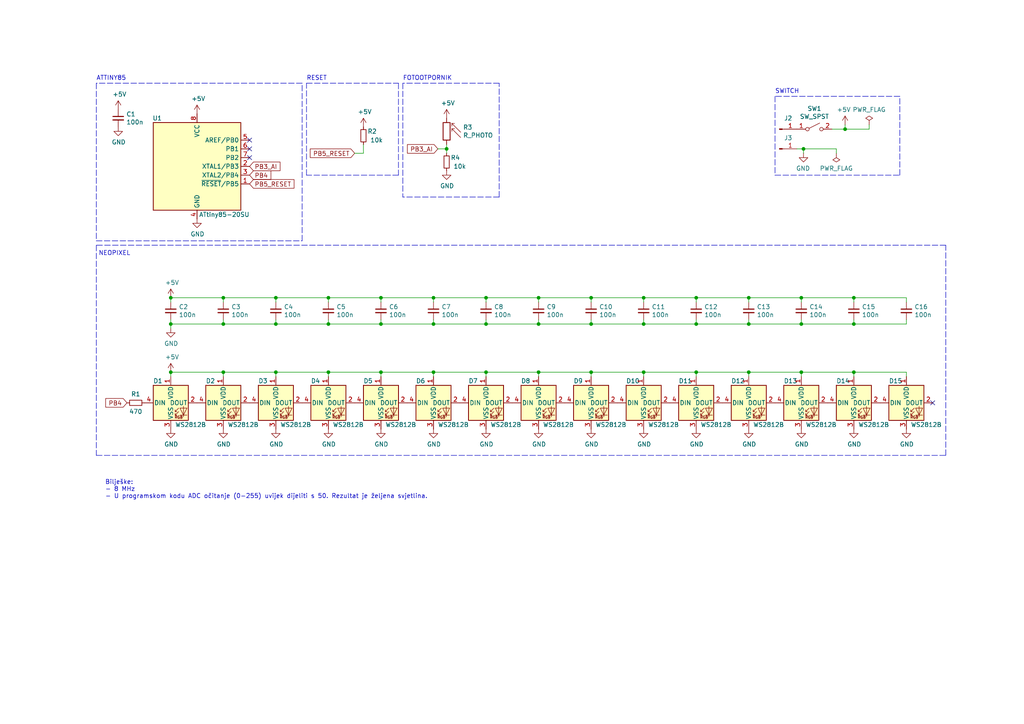
<source format=kicad_sch>
(kicad_sch (version 20211123) (generator eeschema)
  (paper "A4")
  (title_block (title "Drvce") (date "2022-02-09") (rev "v1") (company "TVZ"))
  (lib_symbols
    (symbol "Connector:Conn_01x01_Male" (pin_names (offset 1.016) hide)
      (property "Reference" "J" (at 0 2.54 0))
      (property "Value" "Conn_01x01_Male" (at 0 -2.54 0))
      (symbol "Conn_01x01_Male_1_1"
        (polyline (pts (xy 1.27 0) (xy 0.8636 0)) (stroke (width 0.1524)))
        (rectangle (start 0.8636 0.127) (end 0 -0.127) (stroke (width 0.1524)) (fill (type outline)))
        (pin passive line (at 5.08 0 180) (length 3.81) (name "Pin_1") (number "1"))
      )
    )
    (symbol "Device:C_Small" (pin_numbers hide) (pin_names (offset 0.254) hide)
      (property "Reference" "C" (at 0.254 1.778 0))
      (property "Value" "C_Small" (at 0.254 -2.032 0))
      (symbol "C_Small_0_1"
        (polyline (pts (xy -1.524 -0.508) (xy 1.524 -0.508)) (stroke (width 0.3302)))
        (polyline (pts (xy -1.524 0.508) (xy 1.524 0.508)) (stroke (width 0.3048)))
      )
      (symbol "C_Small_1_1"
        (pin passive line (at 0 2.54 270) (length 2.032) (name "~") (number "1"))
        (pin passive line (at 0 -2.54 90) (length 2.032) (name "~") (number "2"))
      )
    )
    (symbol "Device:R_PHOTO" (pin_numbers hide) (pin_names (offset 0))
      (property "Reference" "R" (at 1.27 1.27 0))
      (property "Value" "Device_R_PHOTO" (at 1.27 0 0))
      (symbol "R_PHOTO_0_1"
        (rectangle (start -1.016 2.54) (end 1.016 -2.54) (stroke (width 0.254)))
        (polyline (pts (xy -1.524 -2.286) (xy -4.064 0.254)))
        (polyline (pts (xy -1.524 -2.286) (xy -2.286 -2.286)))
        (polyline (pts (xy -1.524 -2.286) (xy -1.524 -1.524)))
        (polyline (pts (xy -1.524 -0.762) (xy -4.064 1.778)))
        (polyline (pts (xy -1.524 -0.762) (xy -2.286 -0.762)))
        (polyline (pts (xy -1.524 -0.762) (xy -1.524 0)))
      )
      (symbol "R_PHOTO_1_1"
        (pin passive line (at 0 3.81 270) (length 1.27) (name "~") (number "1"))
        (pin passive line (at 0 -3.81 90) (length 1.27) (name "~") (number "2"))
      )
    )
    (symbol "Device:R_Small" (pin_numbers hide) (pin_names (offset 0.254) hide)
      (property "Reference" "R" (at 0.762 0.508 0))
      (property "Value" "R_Small" (at 0.762 -1.016 0))
      (symbol "R_Small_0_1"
        (rectangle (start -0.762 1.778) (end 0.762 -1.778) (stroke (width 0.2032)))
      )
      (symbol "R_Small_1_1"
        (pin passive line (at 0 2.54 270) (length 0.762) (name "~") (number "1"))
        (pin passive line (at 0 -2.54 90) (length 0.762) (name "~") (number "2"))
      )
    )
    (symbol "LED:WS2812B" (pin_names (offset 0.254))
      (property "Reference" "D" (at 5.08 5.715 0))
      (property "Value" "WS2812B" (at 1.27 -5.715 0))
      (symbol "WS2812B_0_0"
        (text "RGB" (at 2.286 -4.191 0) (effects (font (size 0.762 0.762))))
      )
      (symbol "WS2812B_0_1"
        (polyline (pts (xy 1.27 -3.556) (xy 1.778 -3.556)))
        (polyline (pts (xy 1.27 -2.54) (xy 1.778 -2.54)))
        (polyline (pts (xy 4.699 -3.556) (xy 2.667 -3.556)))
        (polyline (pts (xy 2.286 -2.54) (xy 1.27 -3.556) (xy 1.27 -3.048)))
        (polyline (pts (xy 2.286 -1.524) (xy 1.27 -2.54) (xy 1.27 -2.032)))
        (polyline (pts (xy 3.683 -1.016) (xy 3.683 -3.556) (xy 3.683 -4.064)))
        (polyline (pts (xy 4.699 -1.524) (xy 2.667 -1.524) (xy 3.683 -3.556) (xy 4.699 -1.524)))
        (rectangle (start 5.08 5.08) (end -5.08 -5.08) (stroke (width 0.254)) (fill (type background)))
      )
      (symbol "WS2812B_1_1"
        (pin power_in line (at 0 7.62 270) (length 2.54) (name "VDD") (number "1"))
        (pin output line (at 7.62 0 180) (length 2.54) (name "DOUT") (number "2"))
        (pin power_in line (at 0 -7.62 90) (length 2.54) (name "VSS") (number "3"))
        (pin input line (at -7.62 0 0) (length 2.54) (name "DIN") (number "4"))
      )
    )
    (symbol "MCU_Microchip_ATtiny:ATtiny85-20SU"
      (property "Reference" "U" (at -12.7 13.97 0))
      (property "Value" "MCU_Microchip_ATtiny_ATtiny85-20SU" (at 2.54 -13.97 0))
      (symbol "ATtiny85-20SU_0_1"
        (rectangle (start -12.7 -12.7) (end 12.7 12.7) (stroke (width 0.254)) (fill (type background)))
      )
      (symbol "ATtiny85-20SU_1_1"
        (pin bidirectional line (at 15.24 -5.08 180) (length 2.54) (name "~{RESET}/PB5") (number "1"))
        (pin bidirectional line (at 15.24 0 180) (length 2.54) (name "XTAL1/PB3") (number "2"))
        (pin bidirectional line (at 15.24 -2.54 180) (length 2.54) (name "XTAL2/PB4") (number "3"))
        (pin power_in line (at 0 -15.24 90) (length 2.54) (name "GND") (number "4"))
        (pin bidirectional line (at 15.24 7.62 180) (length 2.54) (name "AREF/PB0") (number "5"))
        (pin bidirectional line (at 15.24 5.08 180) (length 2.54) (name "PB1") (number "6"))
        (pin bidirectional line (at 15.24 2.54 180) (length 2.54) (name "PB2") (number "7"))
        (pin power_in line (at 0 15.24 270) (length 2.54) (name "VCC") (number "8"))
      )
    )
    (symbol "Switch:SW_SPST" (pin_names (offset 0) hide)
      (property "Reference" "SW" (at 0 3.175 0))
      (property "Value" "SW_SPST" (at 0 -2.54 0))
      (symbol "SW_SPST_0_0"
        (circle (center -2.032 0) (radius 0.508))
        (polyline (pts (xy -1.524 0.254) (xy 1.524 1.778)))
        (circle (center 2.032 0) (radius 0.508))
      )
      (symbol "SW_SPST_1_1"
        (pin passive line (at -5.08 0 0) (length 2.54) (name "A") (number "1"))
        (pin passive line (at 5.08 0 180) (length 2.54) (name "B") (number "2"))
      )
    )
    (symbol "power:+5V" (power) (pin_names (offset 0))
      (property "Value" "+5V" (at 0 3.556 0))
      (symbol "+5V_0_1"
        (polyline (pts (xy -0.762 1.27) (xy 0 2.54)))
        (polyline (pts (xy 0 0) (xy 0 2.54)))
        (polyline (pts (xy 0 2.54) (xy 0.762 1.27)))
      )
      (symbol "+5V_1_1"
        (pin power_in line (at 0 0 90) (length 0) hide (name "+5V") (number "1"))
      )
    )
    (symbol "power:GND" (power) (pin_names (offset 0))
      (property "Value" "GND" (at 0 -3.81 0))
      (symbol "GND_0_1"
        (polyline (pts (xy 0 0) (xy 0 -1.27) (xy 1.27 -1.27) (xy 0 -2.54) (xy -1.27 -1.27) (xy 0 -1.27)))
      )
      (symbol "GND_1_1"
        (pin power_in line (at 0 0 270) (length 0) hide (name "GND") (number "1"))
      )
    )
    (symbol "power:PWR_FLAG" (power) (pin_numbers hide) (pin_names (offset 0) hide)
      (property "Value" "PWR_FLAG" (at 0 3.81 0))
      (symbol "PWR_FLAG_0_0"
        (pin power_out line (at 0 0 90) (length 0) (name "pwr") (number "1"))
      )
      (symbol "PWR_FLAG_0_1"
        (polyline (pts (xy 0 0) (xy 0 1.27) (xy -1.016 1.905) (xy 0 2.54) (xy 1.016 1.905) (xy 0 1.27)))
      )
    )
  )
  (junction (at 80.01 93.98))
  (junction (at 217.17 93.98))
  (junction (at 95.25 86.36))
  (junction (at 140.97 86.36))
  (junction (at 64.77 107.95))
  (junction (at 232.41 107.95))
  (junction (at 217.17 86.36))
  (junction (at 129.54 43.18))
  (junction (at 186.69 107.95))
  (junction (at 171.45 93.98))
  (junction (at 201.93 107.95))
  (junction (at 233.045 43.18))
  (junction (at 217.17 107.95))
  (junction (at 247.65 86.36))
  (junction (at 125.73 86.36))
  (junction (at 156.21 107.95))
  (junction (at 49.53 86.36))
  (junction (at 110.49 93.98))
  (junction (at 110.49 107.95))
  (junction (at 156.21 93.98))
  (junction (at 245.11 37.465))
  (junction (at 156.21 86.36))
  (junction (at 201.93 86.36))
  (junction (at 64.77 86.36))
  (junction (at 186.69 93.98))
  (junction (at 64.77 93.98))
  (junction (at 232.41 93.98))
  (junction (at 171.45 107.95))
  (junction (at 125.73 107.95))
  (junction (at 201.93 93.98))
  (junction (at 140.97 107.95))
  (junction (at 247.65 93.98))
  (junction (at 247.65 107.95))
  (junction (at 110.49 86.36))
  (junction (at 80.01 86.36))
  (junction (at 49.53 107.95))
  (junction (at 49.53 93.98))
  (junction (at 186.69 86.36))
  (junction (at 140.97 93.98))
  (junction (at 232.41 86.36))
  (junction (at 125.73 93.98))
  (junction (at 80.01 107.95))
  (junction (at 95.25 107.95))
  (junction (at 171.45 86.36))
  (junction (at 95.25 93.98))
  (no_connect (at 72.39 43.18))
  (no_connect (at 72.39 45.72))
  (no_connect (at 270.51 116.84))
  (no_connect (at 72.39 40.64))
  (wire (pts (xy 232.41 107.95) (xy 217.17 107.95)))
  (wire (pts (xy 247.65 109.22) (xy 247.65 107.95)))
  (wire (pts (xy 49.53 86.36) (xy 64.77 86.36)))
  (wire (pts (xy 217.17 87.63) (xy 217.17 86.36)))
  (wire (pts (xy 262.89 109.22) (xy 262.89 107.95)))
  (wire (pts (xy 125.73 109.22) (xy 125.73 107.95)))
  (wire (pts (xy 201.93 92.71) (xy 201.93 93.98)))
  (wire (pts (xy 186.69 92.71) (xy 186.69 93.98)))
  (wire (pts (xy 241.3 37.465) (xy 245.11 37.465)))
  (wire (pts (xy 64.77 107.95) (xy 49.53 107.95)))
  (polyline (pts (xy 27.94 132.08) (xy 274.32 132.08)))
  (polyline (pts (xy 115.57 24.13) (xy 115.57 50.8)))
  (wire (pts (xy 110.49 109.22) (xy 110.49 107.95)))
  (wire (pts (xy 110.49 107.95) (xy 125.73 107.95)))
  (wire (pts (xy 217.17 93.98) (xy 201.93 93.98)))
  (wire (pts (xy 171.45 107.95) (xy 186.69 107.95)))
  (wire (pts (xy 110.49 93.98) (xy 95.25 93.98)))
  (wire (pts (xy 95.25 107.95) (xy 80.01 107.95)))
  (wire (pts (xy 95.25 86.36) (xy 110.49 86.36)))
  (wire (pts (xy 171.45 86.36) (xy 186.69 86.36)))
  (wire (pts (xy 186.69 109.22) (xy 186.69 107.95)))
  (wire (pts (xy 80.01 87.63) (xy 80.01 86.36)))
  (wire (pts (xy 252.095 37.465) (xy 245.11 37.465)))
  (wire (pts (xy 247.65 92.71) (xy 247.65 93.98)))
  (polyline (pts (xy 144.78 57.15) (xy 144.78 24.13)))
  (wire (pts (xy 201.93 87.63) (xy 201.93 86.36)))
  (polyline (pts (xy 27.94 24.13) (xy 27.94 69.85)))
  (wire (pts (xy 125.73 87.63) (xy 125.73 86.36)))
  (wire (pts (xy 233.045 44.45) (xy 233.045 43.18)))
  (wire (pts (xy 95.25 107.95) (xy 110.49 107.95)))
  (wire (pts (xy 186.69 93.98) (xy 171.45 93.98)))
  (wire (pts (xy 245.11 37.465) (xy 245.11 36.195)))
  (wire (pts (xy 232.41 86.36) (xy 247.65 86.36)))
  (wire (pts (xy 262.89 86.36) (xy 262.89 87.63)))
  (wire (pts (xy 171.45 93.98) (xy 156.21 93.98)))
  (wire (pts (xy 105.41 44.45) (xy 105.41 41.91)))
  (wire (pts (xy 129.54 44.45) (xy 129.54 43.18)))
  (wire (pts (xy 247.65 107.95) (xy 262.89 107.95)))
  (wire (pts (xy 201.93 86.36) (xy 217.17 86.36)))
  (polyline (pts (xy 260.985 27.94) (xy 224.79 27.94)))
  (wire (pts (xy 217.17 107.95) (xy 201.93 107.95)))
  (wire (pts (xy 171.45 107.95) (xy 156.21 107.95)))
  (wire (pts (xy 49.53 92.71) (xy 49.53 93.98)))
  (wire (pts (xy 140.97 86.36) (xy 156.21 86.36)))
  (wire (pts (xy 64.77 86.36) (xy 80.01 86.36)))
  (wire (pts (xy 110.49 87.63) (xy 110.49 86.36)))
  (wire (pts (xy 247.65 87.63) (xy 247.65 86.36)))
  (wire (pts (xy 64.77 109.22) (xy 64.77 107.95)))
  (wire (pts (xy 186.69 87.63) (xy 186.69 86.36)))
  (polyline (pts (xy 88.9 50.8) (xy 88.9 24.13)))
  (wire (pts (xy 171.45 92.71) (xy 171.45 93.98)))
  (wire (pts (xy 156.21 92.71) (xy 156.21 93.98)))
  (wire (pts (xy 95.25 93.98) (xy 80.01 93.98)))
  (polyline (pts (xy 87.63 24.13) (xy 27.94 24.13)))
  (wire (pts (xy 232.41 92.71) (xy 232.41 93.98)))
  (wire (pts (xy 201.93 93.98) (xy 186.69 93.98)))
  (wire (pts (xy 247.65 93.98) (xy 232.41 93.98)))
  (wire (pts (xy 156.21 109.22) (xy 156.21 107.95)))
  (wire (pts (xy 110.49 86.36) (xy 125.73 86.36)))
  (wire (pts (xy 127 43.18) (xy 129.54 43.18)))
  (wire (pts (xy 140.97 109.22) (xy 140.97 107.95)))
  (wire (pts (xy 64.77 93.98) (xy 49.53 93.98)))
  (wire (pts (xy 125.73 93.98) (xy 110.49 93.98)))
  (wire (pts (xy 242.57 44.45) (xy 242.57 43.18)))
  (wire (pts (xy 95.25 109.22) (xy 95.25 107.95)))
  (wire (pts (xy 64.77 87.63) (xy 64.77 86.36)))
  (wire (pts (xy 64.77 92.71) (xy 64.77 93.98)))
  (wire (pts (xy 129.54 41.91) (xy 129.54 43.18)))
  (polyline (pts (xy 88.9 24.13) (xy 115.57 24.13)))
  (polyline (pts (xy 87.63 69.85) (xy 87.63 24.13)))
  (wire (pts (xy 171.45 109.22) (xy 171.45 107.95)))
  (wire (pts (xy 201.93 107.95) (xy 186.69 107.95)))
  (wire (pts (xy 80.01 93.98) (xy 64.77 93.98)))
  (wire (pts (xy 156.21 86.36) (xy 171.45 86.36)))
  (wire (pts (xy 80.01 109.22) (xy 80.01 107.95)))
  (wire (pts (xy 80.01 86.36) (xy 95.25 86.36)))
  (polyline (pts (xy 224.79 27.94) (xy 224.79 50.8)))
  (wire (pts (xy 186.69 86.36) (xy 201.93 86.36)))
  (wire (pts (xy 140.97 93.98) (xy 125.73 93.98)))
  (wire (pts (xy 49.53 109.22) (xy 49.53 107.95)))
  (wire (pts (xy 156.21 93.98) (xy 140.97 93.98)))
  (wire (pts (xy 201.93 109.22) (xy 201.93 107.95)))
  (wire (pts (xy 217.17 86.36) (xy 232.41 86.36)))
  (wire (pts (xy 80.01 92.71) (xy 80.01 93.98)))
  (wire (pts (xy 95.25 92.71) (xy 95.25 93.98)))
  (wire (pts (xy 232.41 87.63) (xy 232.41 86.36)))
  (wire (pts (xy 232.41 109.22) (xy 232.41 107.95)))
  (polyline (pts (xy 27.94 69.85) (xy 87.63 69.85)))
  (wire (pts (xy 110.49 92.71) (xy 110.49 93.98)))
  (wire (pts (xy 102.87 44.45) (xy 105.41 44.45)))
  (polyline (pts (xy 274.32 132.08) (xy 274.32 71.12)))
  (wire (pts (xy 233.045 43.18) (xy 231.14 43.18)))
  (polyline (pts (xy 115.57 50.8) (xy 88.9 50.8)))
  (wire (pts (xy 247.65 107.95) (xy 232.41 107.95)))
  (wire (pts (xy 49.53 86.36) (xy 49.53 87.63)))
  (wire (pts (xy 125.73 86.36) (xy 140.97 86.36)))
  (polyline (pts (xy 116.84 24.13) (xy 116.84 57.15)))
  (wire (pts (xy 171.45 87.63) (xy 171.45 86.36)))
  (polyline (pts (xy 144.78 24.13) (xy 116.84 24.13)))
  (polyline (pts (xy 144.78 57.15) (xy 116.84 57.15)))
  (wire (pts (xy 156.21 107.95) (xy 140.97 107.95)))
  (wire (pts (xy 247.65 93.98) (xy 262.89 93.98)))
  (wire (pts (xy 125.73 92.71) (xy 125.73 93.98)))
  (wire (pts (xy 95.25 87.63) (xy 95.25 86.36)))
  (wire (pts (xy 232.41 93.98) (xy 217.17 93.98)))
  (wire (pts (xy 80.01 107.95) (xy 64.77 107.95)))
  (wire (pts (xy 247.65 86.36) (xy 262.89 86.36)))
  (polyline (pts (xy 260.985 50.8) (xy 260.985 27.94)))
  (wire (pts (xy 140.97 92.71) (xy 140.97 93.98)))
  (wire (pts (xy 217.17 109.22) (xy 217.17 107.95)))
  (polyline (pts (xy 274.32 71.12) (xy 27.94 71.12)))
  (wire (pts (xy 140.97 107.95) (xy 125.73 107.95)))
  (wire (pts (xy 49.53 93.98) (xy 49.53 95.25)))
  (wire (pts (xy 242.57 43.18) (xy 233.045 43.18)))
  (wire (pts (xy 140.97 87.63) (xy 140.97 86.36)))
  (wire (pts (xy 217.17 92.71) (xy 217.17 93.98)))
  (polyline (pts (xy 224.79 50.8) (xy 260.985 50.8)))
  (wire (pts (xy 156.21 87.63) (xy 156.21 86.36)))
  (polyline (pts (xy 27.94 71.12) (xy 27.94 132.08)))
  (wire (pts (xy 252.095 36.195) (xy 252.095 37.465)))
  (wire (pts (xy 262.89 92.71) (xy 262.89 93.98)))
  (text "FOTOOTPORNIK" (at 116.84 23.495 0) (effects (font (size 1.27 1.27)) (justify left bottom)))
  (text "Bilješke:\n- 8 MHz\n- U programskom kodu ADC očitanje (0-255) uvijek dijeliti s 50. Rezultat je željena svjetlina." (at 30.48 144.78 0) (effects (font (size 1.27 1.27)) (justify left bottom)))
  (text "RESET" (at 88.9 23.495 0) (effects (font (size 1.27 1.27)) (justify left bottom)))
  (text "SWITCH" (at 224.79 27.305 0) (effects (font (size 1.27 1.27)) (justify left bottom)))
  (text "ATTINY85" (at 27.94 23.495 0) (effects (font (size 1.27 1.27)) (justify left bottom)))
  (text "NEOPIXEL" (at 28.575 74.295 0) (effects (font (size 1.27 1.27)) (justify left bottom)))
  (global_label "PB3_AI" (shape input) (at 127 43.18 180) (property "Intersheet References" "${INTERSHEET_REFS}" (effects hide)))
  (global_label "PB4" (shape input) (at 36.83 116.84 180) (property "Intersheet References" "${INTERSHEET_REFS}" (effects hide)))
  (global_label "PB5_RESET" (shape input) (at 102.87 44.45 180) (property "Intersheet References" "${INTERSHEET_REFS}" (effects hide)))
  (global_label "PB5_RESET" (shape input) (at 72.39 53.34 0) (property "Intersheet References" "${INTERSHEET_REFS}" (effects hide)))
  (global_label "PB4" (shape input) (at 72.39 50.8 0) (property "Intersheet References" "${INTERSHEET_REFS}" (effects hide)))
  (global_label "PB3_AI" (shape input) (at 72.39 48.26 0) (property "Intersheet References" "${INTERSHEET_REFS}" (effects hide)))
  (symbol (lib_id "MCU_Microchip_ATtiny:ATtiny85-20SU") (at 57.15 48.26 0) (unit 1)
    (property "Reference" "U1" (at 46.99 34.29 0) (effects (justify right)))
    (property "Value" "ATtiny85-20SU" (at 72.39 62.23 0) (effects (justify right)))
    (property "Footprint" "Package_SO:SOIJ-8_5.3x5.3mm_P1.27mm" (effects hide))
    (property "Datasheet" "http://ww1.microchip.com/downloads/en/DeviceDoc/atmel-2586-avr-8-bit-microcontroller-attiny25-attiny45-attiny85_datasheet.pdf" (effects hide))
    (property "LCSC Part #" "C89852" (effects hide))
    (property "Digi-Key Part Number" "ATTINY85-20SU-ND" (effects hide))
  )
  (symbol (lib_id "power:+5V") (at 57.15 33.02 0) (unit 1)
    (property "Reference" "#PWR05" (effects hide))
    (property "Value" "+5V" (at 57.531 28.6258 0))
  )
  (symbol (lib_id "power:GND") (at 57.15 63.5 0) (unit 1)
    (property "Reference" "#PWR06" (effects hide))
    (property "Value" "GND" (at 57.277 67.8942 0))
  )
  (symbol (lib_id "Device:C_Small") (at 34.29 34.29 0) (unit 1)
    (property "Reference" "C1" (at 36.6268 33.1216 0) (effects (justify left)))
    (property "Value" "100n" (at 36.6268 35.433 0) (effects (justify left)))
    (property "Footprint" "Capacitor_SMD:C_0603_1608Metric" (effects hide))
    (property "LCSC Part #" "C14663" (effects hide))
  )
  (symbol (lib_id "power:+5V") (at 34.29 31.75 0) (unit 1)
    (property "Reference" "#PWR01" (effects hide))
    (property "Value" "+5V" (at 34.671 27.3558 0))
  )
  (symbol (lib_id "power:GND") (at 34.29 36.83 0) (unit 1)
    (property "Reference" "#PWR02" (effects hide))
    (property "Value" "GND" (at 34.417 41.2242 0))
  )
  (symbol (lib_id "Device:R_Small") (at 105.41 39.37 0) (unit 1)
    (property "Reference" "R2" (at 107.95 38.1 0))
    (property "Value" "10k" (at 109.22 40.64 0))
    (property "Footprint" "Resistor_SMD:R_0603_1608Metric" (effects hide))
    (property "LCSC Part #" "C25804" (effects hide))
    (property "Digi-Key Part Number" "RNCP0603FTD10K0TR-ND" (effects hide))
  )
  (symbol (lib_id "power:+5V") (at 105.41 36.83 0) (unit 1)
    (property "Reference" "#PWR012" (effects hide))
    (property "Value" "+5V" (at 105.791 32.4358 0))
  )
  (symbol (lib_id "Device:C_Small") (at 49.53 90.17 0) (unit 1)
    (property "Reference" "C2" (at 51.8668 89.0016 0) (effects (justify left)))
    (property "Value" "100n" (at 51.8668 91.313 0) (effects (justify left)))
    (property "Footprint" "Capacitor_SMD:C_0603_1608Metric" (effects hide))
    (property "LCSC Part #" "C14663" (effects hide))
  )
  (symbol (lib_id "power:GND") (at 49.53 95.25 0) (unit 1)
    (property "Reference" "#PWR07" (effects hide))
    (property "Value" "GND" (at 49.657 99.6442 0))
  )
  (symbol (lib_id "Device:C_Small") (at 64.77 90.17 0) (unit 1)
    (property "Reference" "C3" (at 67.1068 89.0016 0) (effects (justify left)))
    (property "Value" "100n" (at 67.1068 91.313 0) (effects (justify left)))
    (property "Footprint" "Capacitor_SMD:C_0603_1608Metric" (effects hide))
    (property "LCSC Part #" "C14663" (effects hide))
  )
  (symbol (lib_id "Device:C_Small") (at 80.01 90.17 0) (unit 1)
    (property "Reference" "C4" (at 82.3468 89.0016 0) (effects (justify left)))
    (property "Value" "100n" (at 82.3468 91.313 0) (effects (justify left)))
    (property "Footprint" "Capacitor_SMD:C_0603_1608Metric" (effects hide))
    (property "LCSC Part #" "C14663" (effects hide))
  )
  (symbol (lib_id "Device:C_Small") (at 95.25 90.17 0) (unit 1)
    (property "Reference" "C5" (at 97.5868 89.0016 0) (effects (justify left)))
    (property "Value" "100n" (at 97.5868 91.313 0) (effects (justify left)))
    (property "Footprint" "Capacitor_SMD:C_0603_1608Metric" (effects hide))
    (property "LCSC Part #" "C14663" (effects hide))
  )
  (symbol (lib_id "Device:C_Small") (at 110.49 90.17 0) (unit 1)
    (property "Reference" "C6" (at 112.8268 89.0016 0) (effects (justify left)))
    (property "Value" "100n" (at 112.8268 91.313 0) (effects (justify left)))
    (property "Footprint" "Capacitor_SMD:C_0603_1608Metric" (effects hide))
    (property "LCSC Part #" "C14663" (effects hide))
  )
  (symbol (lib_id "Device:C_Small") (at 125.73 90.17 0) (unit 1)
    (property "Reference" "C7" (at 128.0668 89.0016 0) (effects (justify left)))
    (property "Value" "100n" (at 128.0668 91.313 0) (effects (justify left)))
    (property "Footprint" "Capacitor_SMD:C_0603_1608Metric" (effects hide))
    (property "LCSC Part #" "C14663" (effects hide))
  )
  (symbol (lib_id "Device:C_Small") (at 140.97 90.17 0) (unit 1)
    (property "Reference" "C8" (at 143.3068 89.0016 0) (effects (justify left)))
    (property "Value" "100n" (at 143.3068 91.313 0) (effects (justify left)))
    (property "Footprint" "Capacitor_SMD:C_0603_1608Metric" (effects hide))
    (property "LCSC Part #" "C14663" (effects hide))
  )
  (symbol (lib_id "Device:C_Small") (at 156.21 90.17 0) (unit 1)
    (property "Reference" "C9" (at 158.5468 89.0016 0) (effects (justify left)))
    (property "Value" "100n" (at 158.5468 91.313 0) (effects (justify left)))
    (property "Footprint" "Capacitor_SMD:C_0603_1608Metric" (effects hide))
    (property "LCSC Part #" "C14663" (effects hide))
  )
  (symbol (lib_id "Device:C_Small") (at 171.45 90.17 0) (unit 1)
    (property "Reference" "C10" (at 173.7868 89.0016 0) (effects (justify left)))
    (property "Value" "100n" (at 173.7868 91.313 0) (effects (justify left)))
    (property "Footprint" "Capacitor_SMD:C_0603_1608Metric" (effects hide))
    (property "LCSC Part #" "C14663" (effects hide))
  )
  (symbol (lib_id "Device:C_Small") (at 186.69 90.17 0) (unit 1)
    (property "Reference" "C11" (at 189.0268 89.0016 0) (effects (justify left)))
    (property "Value" "100n" (at 189.0268 91.313 0) (effects (justify left)))
    (property "Footprint" "Capacitor_SMD:C_0603_1608Metric" (effects hide))
    (property "LCSC Part #" "C14663" (effects hide))
  )
  (symbol (lib_id "Device:C_Small") (at 201.93 90.17 0) (unit 1)
    (property "Reference" "C12" (at 204.2668 89.0016 0) (effects (justify left)))
    (property "Value" "100n" (at 204.2668 91.313 0) (effects (justify left)))
    (property "Footprint" "Capacitor_SMD:C_0603_1608Metric" (effects hide))
    (property "LCSC Part #" "C14663" (effects hide))
  )
  (symbol (lib_id "Device:C_Small") (at 217.17 90.17 0) (unit 1)
    (property "Reference" "C13" (at 219.5068 89.0016 0) (effects (justify left)))
    (property "Value" "100n" (at 219.5068 91.313 0) (effects (justify left)))
    (property "Footprint" "Capacitor_SMD:C_0603_1608Metric" (effects hide))
    (property "LCSC Part #" "C14663" (effects hide))
  )
  (symbol (lib_id "Device:C_Small") (at 232.41 90.17 0) (unit 1)
    (property "Reference" "C14" (at 234.7468 89.0016 0) (effects (justify left)))
    (property "Value" "100n" (at 234.7468 91.313 0) (effects (justify left)))
    (property "Footprint" "Capacitor_SMD:C_0603_1608Metric" (effects hide))
    (property "LCSC Part #" "C14663" (effects hide))
  )
  (symbol (lib_id "Device:C_Small") (at 247.65 90.17 0) (unit 1)
    (property "Reference" "C15" (at 249.9868 89.0016 0) (effects (justify left)))
    (property "Value" "100n" (at 249.9868 91.313 0) (effects (justify left)))
    (property "Footprint" "Capacitor_SMD:C_0603_1608Metric" (effects hide))
    (property "LCSC Part #" "C14663" (effects hide))
  )
  (symbol (lib_id "Device:R_Small") (at 129.54 46.99 0) (unit 1)
    (property "Reference" "R4" (at 132.08 45.72 0))
    (property "Value" "10k" (at 133.35 48.26 0))
    (property "Footprint" "Resistor_SMD:R_0603_1608Metric" (effects hide))
    (property "LCSC Part #" "C25804" (effects hide))
    (property "Digi-Key Part Number" "RNCP0603FTD10K0TR-ND" (effects hide))
  )
  (symbol (lib_id "Device:R_PHOTO") (at 129.54 38.1 180) (unit 1)
    (property "Reference" "R3" (at 134.3152 36.9316 0) (effects (justify right)))
    (property "Value" "R_PHOTO" (at 134.3152 39.243 0) (effects (justify right)))
    (property "Footprint" "Drvce:R_LDR_5.1x4.3mm_P3.4mm_Vertical_edited" (effects hide))
  )
  (symbol (lib_id "power:+5V") (at 129.54 34.29 0) (unit 1)
    (property "Reference" "#PWR019" (effects hide))
    (property "Value" "+5V" (at 129.921 29.8958 0))
  )
  (symbol (lib_id "power:GND") (at 129.54 49.53 0) (unit 1)
    (property "Reference" "#PWR020" (effects hide))
    (property "Value" "GND" (at 129.667 53.9242 0))
  )
  (symbol (lib_id "LED:WS2812B") (at 49.53 116.84 0) (unit 1)
    (property "Reference" "D1" (at 44.45 110.49 0) (effects (justify left)))
    (property "Value" "WS2812B" (at 50.8 123.19 0) (effects (justify left)))
    (property "Footprint" "Drvce:LED_WS2812B_edited" (effects hide))
    (property "Datasheet" "https://cdn-shop.adafruit.com/datasheets/WS2812B.pdf" (effects hide))
    (property "LCSC Part #" "C114587" (effects hide))
  )
  (symbol (lib_id "Device:R_Small") (at 39.37 116.84 270) (unit 1)
    (property "Reference" "R1" (at 39.37 114.3 90))
    (property "Value" "470" (at 39.37 119.38 90))
    (property "Footprint" "Resistor_SMD:R_0603_1608Metric" (effects hide))
    (property "LCSC Part #" "C23179" (effects hide))
    (property "Digi-Key Part Number" "311-470GRTR-ND" (effects hide))
  )
  (symbol (lib_id "power:GND") (at 49.53 124.46 0) (unit 1)
    (property "Reference" "#PWR04" (effects hide))
    (property "Value" "GND" (at 49.657 128.8542 0))
  )
  (symbol (lib_id "LED:WS2812B") (at 64.77 116.84 0) (unit 1)
    (property "Reference" "D2" (at 59.69 110.49 0) (effects (justify left)))
    (property "Value" "WS2812B" (at 66.04 123.19 0) (effects (justify left)))
    (property "Footprint" "Drvce:LED_WS2812B_edited" (effects hide))
    (property "Datasheet" "https://cdn-shop.adafruit.com/datasheets/WS2812B.pdf" (effects hide))
    (property "LCSC Part #" "C114587" (effects hide))
  )
  (symbol (lib_id "power:GND") (at 64.77 124.46 0) (unit 1)
    (property "Reference" "#PWR08" (effects hide))
    (property "Value" "GND" (at 64.897 128.8542 0))
  )
  (symbol (lib_id "LED:WS2812B") (at 80.01 116.84 0) (unit 1)
    (property "Reference" "D3" (at 74.93 110.49 0) (effects (justify left)))
    (property "Value" "WS2812B" (at 81.28 123.19 0) (effects (justify left)))
    (property "Footprint" "Drvce:LED_WS2812B_edited" (effects hide))
    (property "Datasheet" "https://cdn-shop.adafruit.com/datasheets/WS2812B.pdf" (effects hide))
    (property "LCSC Part #" "C114587" (effects hide))
  )
  (symbol (lib_id "power:GND") (at 80.01 124.46 0) (unit 1)
    (property "Reference" "#PWR09" (effects hide))
    (property "Value" "GND" (at 80.137 128.8542 0))
  )
  (symbol (lib_id "LED:WS2812B") (at 95.25 116.84 0) (unit 1)
    (property "Reference" "D4" (at 90.17 110.49 0) (effects (justify left)))
    (property "Value" "WS2812B" (at 96.52 123.19 0) (effects (justify left)))
    (property "Footprint" "Drvce:LED_WS2812B_edited" (effects hide))
    (property "Datasheet" "https://cdn-shop.adafruit.com/datasheets/WS2812B.pdf" (effects hide))
    (property "LCSC Part #" "C114587" (effects hide))
  )
  (symbol (lib_id "power:GND") (at 95.25 124.46 0) (unit 1)
    (property "Reference" "#PWR010" (effects hide))
    (property "Value" "GND" (at 95.377 128.8542 0))
  )
  (symbol (lib_id "LED:WS2812B") (at 110.49 116.84 0) (unit 1)
    (property "Reference" "D5" (at 105.41 110.49 0) (effects (justify left)))
    (property "Value" "WS2812B" (at 111.76 123.19 0) (effects (justify left)))
    (property "Footprint" "Drvce:LED_WS2812B_edited" (effects hide))
    (property "Datasheet" "https://cdn-shop.adafruit.com/datasheets/WS2812B.pdf" (effects hide))
    (property "LCSC Part #" "C114587" (effects hide))
  )
  (symbol (lib_id "power:GND") (at 110.49 124.46 0) (unit 1)
    (property "Reference" "#PWR011" (effects hide))
    (property "Value" "GND" (at 110.617 128.8542 0))
  )
  (symbol (lib_id "power:+5V") (at 49.53 107.95 0) (unit 1)
    (property "Reference" "#PWR03" (effects hide))
    (property "Value" "+5V" (at 49.911 103.5558 0))
  )
  (symbol (lib_id "LED:WS2812B") (at 201.93 116.84 0) (unit 1)
    (property "Reference" "D11" (at 196.85 110.49 0) (effects (justify left)))
    (property "Value" "WS2812B" (at 203.2 123.19 0) (effects (justify left)))
    (property "Footprint" "Drvce:LED_WS2812B_edited" (effects hide))
    (property "Datasheet" "https://cdn-shop.adafruit.com/datasheets/WS2812B.pdf" (effects hide))
    (property "LCSC Part #" "C114587" (effects hide))
  )
  (symbol (lib_id "power:GND") (at 201.93 124.46 0) (unit 1)
    (property "Reference" "#PWR022" (effects hide))
    (property "Value" "GND" (at 202.057 128.8542 0))
  )
  (symbol (lib_id "LED:WS2812B") (at 217.17 116.84 0) (unit 1)
    (property "Reference" "D12" (at 212.09 110.49 0) (effects (justify left)))
    (property "Value" "WS2812B" (at 218.44 123.19 0) (effects (justify left)))
    (property "Footprint" "Drvce:LED_WS2812B_edited" (effects hide))
    (property "Datasheet" "https://cdn-shop.adafruit.com/datasheets/WS2812B.pdf" (effects hide))
    (property "LCSC Part #" "C114587" (effects hide))
  )
  (symbol (lib_id "power:GND") (at 217.17 124.46 0) (unit 1)
    (property "Reference" "#PWR025" (effects hide))
    (property "Value" "GND" (at 217.297 128.8542 0))
  )
  (symbol (lib_id "LED:WS2812B") (at 232.41 116.84 0) (unit 1)
    (property "Reference" "D13" (at 227.33 110.49 0) (effects (justify left)))
    (property "Value" "WS2812B" (at 233.68 123.19 0) (effects (justify left)))
    (property "Footprint" "Drvce:LED_WS2812B_edited" (effects hide))
    (property "Datasheet" "https://cdn-shop.adafruit.com/datasheets/WS2812B.pdf" (effects hide))
    (property "LCSC Part #" "C114587" (effects hide))
  )
  (symbol (lib_id "power:GND") (at 232.41 124.46 0) (unit 1)
    (property "Reference" "#PWR026" (effects hide))
    (property "Value" "GND" (at 232.537 128.8542 0))
  )
  (symbol (lib_id "LED:WS2812B") (at 247.65 116.84 0) (unit 1)
    (property "Reference" "D14" (at 242.57 110.49 0) (effects (justify left)))
    (property "Value" "WS2812B" (at 248.92 123.19 0) (effects (justify left)))
    (property "Footprint" "Drvce:LED_WS2812B_edited" (effects hide))
    (property "Datasheet" "https://cdn-shop.adafruit.com/datasheets/WS2812B.pdf" (effects hide))
    (property "LCSC Part #" "C114587" (effects hide))
  )
  (symbol (lib_id "power:GND") (at 247.65 124.46 0) (unit 1)
    (property "Reference" "#PWR027" (effects hide))
    (property "Value" "GND" (at 247.777 128.8542 0))
  )
  (symbol (lib_id "LED:WS2812B") (at 262.89 116.84 0) (unit 1)
    (property "Reference" "D15" (at 257.81 110.49 0) (effects (justify left)))
    (property "Value" "WS2812B" (at 264.16 123.19 0) (effects (justify left)))
    (property "Footprint" "Drvce:LED_WS2812B_edited" (effects hide))
    (property "Datasheet" "https://cdn-shop.adafruit.com/datasheets/WS2812B.pdf" (effects hide))
    (property "LCSC Part #" "C114587" (effects hide))
  )
  (symbol (lib_id "power:GND") (at 262.89 124.46 0) (unit 1)
    (property "Reference" "#PWR028" (effects hide))
    (property "Value" "GND" (at 263.017 128.8542 0))
  )
  (symbol (lib_id "LED:WS2812B") (at 125.73 116.84 0) (unit 1)
    (property "Reference" "D6" (at 120.65 110.49 0) (effects (justify left)))
    (property "Value" "WS2812B" (at 127 123.19 0) (effects (justify left)))
    (property "Footprint" "Drvce:LED_WS2812B_edited" (effects hide))
    (property "Datasheet" "https://cdn-shop.adafruit.com/datasheets/WS2812B.pdf" (effects hide))
    (property "LCSC Part #" "C114587" (effects hide))
  )
  (symbol (lib_id "power:GND") (at 125.73 124.46 0) (unit 1)
    (property "Reference" "#PWR013" (effects hide))
    (property "Value" "GND" (at 125.857 128.8542 0))
  )
  (symbol (lib_id "LED:WS2812B") (at 140.97 116.84 0) (unit 1)
    (property "Reference" "D7" (at 135.89 110.49 0) (effects (justify left)))
    (property "Value" "WS2812B" (at 142.24 123.19 0) (effects (justify left)))
    (property "Footprint" "Drvce:LED_WS2812B_edited" (effects hide))
    (property "Datasheet" "https://cdn-shop.adafruit.com/datasheets/WS2812B.pdf" (effects hide))
    (property "LCSC Part #" "C114587" (effects hide))
  )
  (symbol (lib_id "power:GND") (at 140.97 124.46 0) (unit 1)
    (property "Reference" "#PWR015" (effects hide))
    (property "Value" "GND" (at 141.097 128.8542 0))
  )
  (symbol (lib_id "LED:WS2812B") (at 156.21 116.84 0) (unit 1)
    (property "Reference" "D8" (at 151.13 110.49 0) (effects (justify left)))
    (property "Value" "WS2812B" (at 157.48 123.19 0) (effects (justify left)))
    (property "Footprint" "Drvce:LED_WS2812B_edited" (effects hide))
    (property "Datasheet" "https://cdn-shop.adafruit.com/datasheets/WS2812B.pdf" (effects hide))
    (property "LCSC Part #" "C114587" (effects hide))
  )
  (symbol (lib_id "power:GND") (at 156.21 124.46 0) (unit 1)
    (property "Reference" "#PWR017" (effects hide))
    (property "Value" "GND" (at 156.337 128.8542 0))
  )
  (symbol (lib_id "LED:WS2812B") (at 171.45 116.84 0) (unit 1)
    (property "Reference" "D9" (at 166.37 110.49 0) (effects (justify left)))
    (property "Value" "WS2812B" (at 172.72 123.19 0) (effects (justify left)))
    (property "Footprint" "Drvce:LED_WS2812B_edited" (effects hide))
    (property "Datasheet" "https://cdn-shop.adafruit.com/datasheets/WS2812B.pdf" (effects hide))
    (property "LCSC Part #" "C114587" (effects hide))
  )
  (symbol (lib_id "power:GND") (at 171.45 124.46 0) (unit 1)
    (property "Reference" "#PWR018" (effects hide))
    (property "Value" "GND" (at 171.577 128.8542 0))
  )
  (symbol (lib_id "LED:WS2812B") (at 186.69 116.84 0) (unit 1)
    (property "Reference" "D10" (at 181.61 110.49 0) (effects (justify left)))
    (property "Value" "WS2812B" (at 187.96 123.19 0) (effects (justify left)))
    (property "Footprint" "Drvce:LED_WS2812B_edited" (effects hide))
    (property "Datasheet" "https://cdn-shop.adafruit.com/datasheets/WS2812B.pdf" (effects hide))
    (property "LCSC Part #" "C114587" (effects hide))
  )
  (symbol (lib_id "power:GND") (at 186.69 124.46 0) (unit 1)
    (property "Reference" "#PWR021" (effects hide))
    (property "Value" "GND" (at 186.817 128.8542 0))
  )
  (symbol (lib_id "Device:C_Small") (at 262.89 90.17 0) (unit 1)
    (property "Reference" "C16" (at 265.2268 89.0016 0) (effects (justify left)))
    (property "Value" "100n" (at 265.2268 91.313 0) (effects (justify left)))
    (property "Footprint" "Capacitor_SMD:C_0603_1608Metric" (effects hide))
    (property "LCSC Part #" "C14663" (effects hide))
  )
  (symbol (lib_id "power:+5V") (at 49.53 86.36 0) (unit 1)
    (property "Reference" "#PWR0101" (effects hide))
    (property "Value" "+5V" (at 49.911 81.9658 0))
  )
  (symbol (lib_id "Switch:SW_SPST") (at 236.22 37.465 0) (unit 1)
    (property "Reference" "SW1" (at 236.22 31.496 0))
    (property "Value" "SW_SPST" (at 236.22 33.8074 0))
    (property "Footprint" "Button_Switch_SMD:SW_SPDT_PCM12" (effects hide))
  )
  (symbol (lib_id "Connector:Conn_01x01_Male") (at 226.06 37.465 0) (unit 1)
    (property "Reference" "J2" (at 228.6 34.29 0))
    (property "Value" "+" (effects hide))
    (property "Footprint" "Connector_Wire:SolderWirePad_1x01_SMD_5x10mm" (effects hide))
  )
  (symbol (lib_id "power:+5V") (at 245.11 36.195 0) (mirror y) (unit 1)
    (property "Reference" "#PWR0102" (effects hide))
    (property "Value" "+5V" (at 244.729 31.8008 0))
  )
  (symbol (lib_id "Connector:Conn_01x01_Male") (at 226.06 43.18 0) (unit 1)
    (property "Reference" "J3" (at 228.6 40.005 0))
    (property "Value" "-" (effects hide))
    (property "Footprint" "Connector_Wire:SolderWirePad_1x01_SMD_5x10mm" (effects hide))
  )
  (symbol (lib_id "power:GND") (at 233.045 44.45 0) (mirror y) (unit 1)
    (property "Reference" "#PWR0103" (effects hide))
    (property "Value" "GND" (at 232.918 48.8442 0))
  )
  (symbol (lib_id "power:PWR_FLAG") (at 252.095 36.195 0) (unit 1)
    (property "Reference" "#FLG0101" (effects hide))
    (property "Value" "PWR_FLAG" (at 252.095 31.8008 0))
  )
  (symbol (lib_id "power:PWR_FLAG") (at 242.57 44.45 180) (unit 1)
    (property "Reference" "#FLG0102" (effects hide))
    (property "Value" "PWR_FLAG" (at 242.57 48.8442 0))
  )
)
</source>
